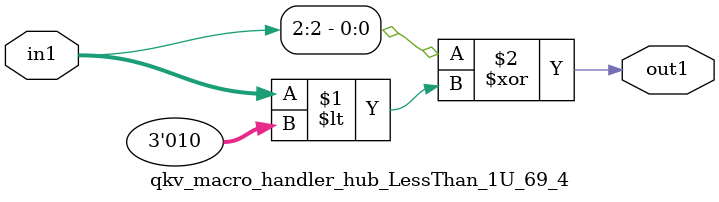
<source format=v>

`timescale 1ps / 1ps


module qkv_macro_handler_hub_LessThan_1U_69_4( in1, out1 );

    input [2:0] in1;
    output out1;

    
    // rtl_process:qkv_macro_handler_hub_LessThan_1U_69_4/qkv_macro_handler_hub_LessThan_1U_69_4_thread_1
    assign out1 = (in1[2] ^ in1 < 3'd2);

endmodule


</source>
